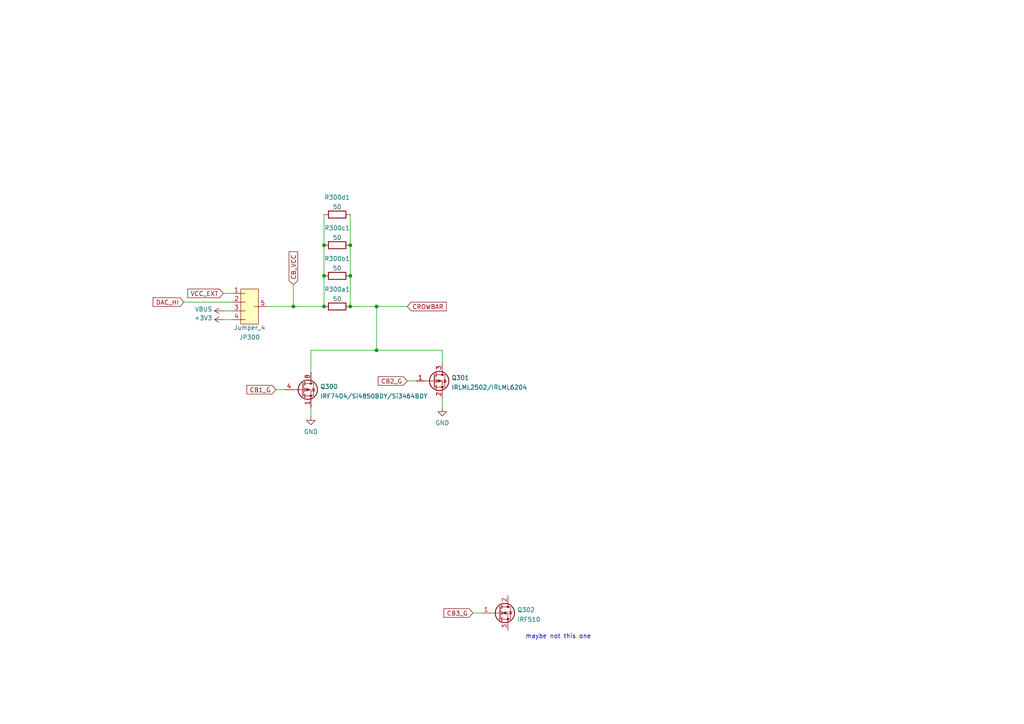
<source format=kicad_sch>
(kicad_sch (version 20211123) (generator eeschema)
  (paper "A4")
  (lib_symbols
    (symbol "Device:R" (pin_numbers hide) (pin_names (offset 0))
      (property "Reference" "R" (at 2.032 0 90))
      (property "Value" "R" (at 0 0 90))
      (symbol "R_0_1"
        (rectangle (start -1.016 -2.54) (end 1.016 2.54) (stroke (width 0.254)))
      )
      (symbol "R_1_1"
        (pin passive line (at 0 3.81 270) (length 1.27) (name "~") (number "1"))
        (pin passive line (at 0 -3.81 90) (length 1.27) (name "~") (number "2"))
      )
    )
    (symbol "Transistor_FET:IRF540N" (pin_names hide)
      (property "Reference" "Q" (at 6.35 1.905 0))
      (property "Value" "IRF540N" (at 6.35 0 0))
      (symbol "IRF540N_0_1"
        (polyline (pts (xy 0.254 0) (xy -2.54 0)))
        (polyline (pts (xy 0.254 1.905) (xy 0.254 -1.905)) (stroke (width 0.254)))
        (polyline (pts (xy 0.762 -1.27) (xy 0.762 -2.286)) (stroke (width 0.254)))
        (polyline (pts (xy 0.762 0.508) (xy 0.762 -0.508)) (stroke (width 0.254)))
        (polyline (pts (xy 0.762 2.286) (xy 0.762 1.27)) (stroke (width 0.254)))
        (polyline (pts (xy 2.54 2.54) (xy 2.54 1.778)))
        (polyline (pts (xy 2.54 -2.54) (xy 2.54 0) (xy 0.762 0)))
        (polyline (pts (xy 0.762 -1.778) (xy 3.302 -1.778) (xy 3.302 1.778) (xy 0.762 1.778)))
        (polyline (pts (xy 1.016 0) (xy 2.032 0.381) (xy 2.032 -0.381) (xy 1.016 0)) (fill (type outline)))
        (polyline (pts (xy 2.794 0.508) (xy 2.921 0.381) (xy 3.683 0.381) (xy 3.81 0.254)))
        (polyline (pts (xy 3.302 0.381) (xy 2.921 -0.254) (xy 3.683 -0.254) (xy 3.302 0.381)))
        (circle (center 1.651 0) (radius 2.794) (stroke (width 0.254)))
        (circle (center 2.54 -1.778) (radius 0.254) (fill (type outline)))
        (circle (center 2.54 1.778) (radius 0.254) (fill (type outline)))
      )
      (symbol "IRF540N_1_1"
        (pin input line (at -5.08 0 0) (length 2.54) (name "G") (number "1"))
        (pin passive line (at 2.54 5.08 270) (length 2.54) (name "D") (number "2"))
        (pin passive line (at 2.54 -5.08 90) (length 2.54) (name "S") (number "3"))
      )
    )
    (symbol "Transistor_FET:IRF7404" (pin_names hide)
      (property "Reference" "Q" (at 5.08 1.905 0))
      (property "Value" "IRF7404" (at 5.08 0 0))
      (symbol "IRF7404_0_1"
        (polyline (pts (xy 0.254 0) (xy -2.54 0)))
        (polyline (pts (xy 0.254 1.905) (xy 0.254 -1.905)) (stroke (width 0.254)))
        (polyline (pts (xy 0.762 -1.27) (xy 0.762 -2.286)) (stroke (width 0.254)))
        (polyline (pts (xy 0.762 0.508) (xy 0.762 -0.508)) (stroke (width 0.254)))
        (polyline (pts (xy 0.762 2.286) (xy 0.762 1.27)) (stroke (width 0.254)))
        (polyline (pts (xy 2.54 2.54) (xy 2.54 1.778)))
        (polyline (pts (xy 2.54 -2.54) (xy 2.54 0) (xy 0.762 0)))
        (polyline (pts (xy 0.762 1.778) (xy 3.302 1.778) (xy 3.302 -1.778) (xy 0.762 -1.778)))
        (polyline (pts (xy 2.286 0) (xy 1.27 0.381) (xy 1.27 -0.381) (xy 2.286 0)) (fill (type outline)))
        (polyline (pts (xy 2.794 -0.508) (xy 2.921 -0.381) (xy 3.683 -0.381) (xy 3.81 -0.254)))
        (polyline (pts (xy 3.302 -0.381) (xy 2.921 0.254) (xy 3.683 0.254) (xy 3.302 -0.381)))
        (circle (center 1.651 0) (radius 2.794) (stroke (width 0.254)))
        (circle (center 2.54 -1.778) (radius 0.254) (fill (type outline)))
        (circle (center 2.54 1.778) (radius 0.254) (fill (type outline)))
      )
      (symbol "IRF7404_1_1"
        (pin passive line (at 2.54 -5.08 90) (length 2.54) (name "S") (number "1"))
        (pin passive line (at 2.54 -5.08 90) (length 2.54) hide (name "S") (number "2"))
        (pin passive line (at 2.54 -5.08 90) (length 2.54) hide (name "S") (number "3"))
        (pin passive line (at -5.08 0 0) (length 2.54) (name "G") (number "4"))
        (pin passive line (at 2.54 5.08 270) (length 2.54) hide (name "D") (number "5"))
        (pin passive line (at 2.54 5.08 270) (length 2.54) hide (name "D") (number "6"))
        (pin passive line (at 2.54 5.08 270) (length 2.54) hide (name "D") (number "7"))
        (pin passive line (at 2.54 5.08 270) (length 2.54) (name "D") (number "8"))
      )
    )
    (symbol "Transistor_FET:Si2319CDS" (pin_names hide)
      (property "Reference" "Q" (at 5.08 1.905 0))
      (property "Value" "Si2319CDS" (at 5.08 0 0))
      (symbol "Si2319CDS_0_1"
        (polyline (pts (xy 0.254 0) (xy -2.54 0)))
        (polyline (pts (xy 0.254 1.905) (xy 0.254 -1.905)) (stroke (width 0.254)))
        (polyline (pts (xy 0.762 -1.27) (xy 0.762 -2.286)) (stroke (width 0.254)))
        (polyline (pts (xy 0.762 0.508) (xy 0.762 -0.508)) (stroke (width 0.254)))
        (polyline (pts (xy 0.762 2.286) (xy 0.762 1.27)) (stroke (width 0.254)))
        (polyline (pts (xy 2.54 2.54) (xy 2.54 1.778)))
        (polyline (pts (xy 2.54 -2.54) (xy 2.54 0) (xy 0.762 0)))
        (polyline (pts (xy 0.762 1.778) (xy 3.302 1.778) (xy 3.302 -1.778) (xy 0.762 -1.778)))
        (polyline (pts (xy 2.286 0) (xy 1.27 0.381) (xy 1.27 -0.381) (xy 2.286 0)) (fill (type outline)))
        (polyline (pts (xy 2.794 -0.508) (xy 2.921 -0.381) (xy 3.683 -0.381) (xy 3.81 -0.254)))
        (polyline (pts (xy 3.302 -0.381) (xy 2.921 0.254) (xy 3.683 0.254) (xy 3.302 -0.381)))
        (circle (center 1.651 0) (radius 2.794) (stroke (width 0.254)))
        (circle (center 2.54 -1.778) (radius 0.254) (fill (type outline)))
        (circle (center 2.54 1.778) (radius 0.254) (fill (type outline)))
      )
      (symbol "Si2319CDS_1_1"
        (pin input line (at -5.08 0 0) (length 2.54) (name "G") (number "1"))
        (pin passive line (at 2.54 -5.08 90) (length 2.54) (name "S") (number "2"))
        (pin passive line (at 2.54 5.08 270) (length 2.54) (name "D") (number "3"))
      )
    )
    (symbol "misc-mcus:Jumper_4" (pin_names (offset 1.016))
      (property "Reference" "JP" (at 0 11.43 0))
      (property "Value" "Jumper_4" (at 0 11.43 0))
      (symbol "Jumper_4_0_1"
        (rectangle (start -2.54 5.08) (end 2.54 -5.08) (fill (type background)))
        (polyline (pts (xy -2.54 -3.81) (xy -1.27 -3.81)))
        (polyline (pts (xy -2.54 -1.27) (xy -1.27 -1.27)))
        (polyline (pts (xy -2.54 1.27) (xy -1.27 1.27)))
        (polyline (pts (xy -2.54 3.81) (xy -1.27 3.81)))
        (polyline (pts (xy 2.54 0) (xy 1.27 0)))
      )
      (symbol "Jumper_4_1_1"
        (pin passive line (at -5.08 3.81 0) (length 2.54) (name "~") (number "1"))
        (pin passive line (at -5.08 1.27 0) (length 2.54) (name "~") (number "2"))
        (pin passive line (at -5.08 -1.27 0) (length 2.54) (name "~") (number "3"))
        (pin passive line (at -5.08 -3.81 0) (length 2.54) (name "~") (number "4"))
        (pin passive line (at 5.08 0 180) (length 2.54) (name "~") (number "5"))
      )
    )
    (symbol "power:+3.3V" (power) (pin_names (offset 0))
      (property "Value" "+3.3V" (at 0 3.556 0))
      (symbol "+3.3V_0_1"
        (polyline (pts (xy -0.762 1.27) (xy 0 2.54)))
        (polyline (pts (xy 0 0) (xy 0 2.54)))
        (polyline (pts (xy 0 2.54) (xy 0.762 1.27)))
      )
      (symbol "+3.3V_1_1"
        (pin power_in line (at 0 0 90) (length 0) hide (name "+3V3") (number "1"))
      )
    )
    (symbol "power:GND" (power) (pin_names (offset 0))
      (property "Value" "GND" (at 0 -3.81 0))
      (symbol "GND_0_1"
        (polyline (pts (xy 0 0) (xy 0 -1.27) (xy 1.27 -1.27) (xy 0 -2.54) (xy -1.27 -1.27) (xy 0 -1.27)))
      )
      (symbol "GND_1_1"
        (pin power_in line (at 0 0 270) (length 0) hide (name "GND") (number "1"))
      )
    )
    (symbol "power:VBUS" (power) (pin_names (offset 0))
      (property "Value" "VBUS" (at 0 3.81 0))
      (symbol "VBUS_0_1"
        (polyline (pts (xy -0.762 1.27) (xy 0 2.54)))
        (polyline (pts (xy 0 0) (xy 0 2.54)))
        (polyline (pts (xy 0 2.54) (xy 0.762 1.27)))
      )
      (symbol "VBUS_1_1"
        (pin power_in line (at 0 0 90) (length 0) hide (name "VBUS") (number "1"))
      )
    )
  )
  (junction (at 101.6 71.12))
  (junction (at 101.6 88.9))
  (junction (at 85.09 88.9))
  (junction (at 93.98 71.12))
  (junction (at 101.6 80.01))
  (junction (at 93.98 80.01))
  (junction (at 109.22 101.6))
  (junction (at 93.98 88.9))
  (junction (at 109.22 88.9))
  (wire (pts (xy 67.31 92.71) (xy 64.77 92.71)))
  (wire (pts (xy 67.31 85.09) (xy 64.77 85.09)))
  (wire (pts (xy 101.6 88.9) (xy 109.22 88.9)))
  (wire (pts (xy 85.09 82.55) (xy 85.09 88.9)))
  (wire (pts (xy 67.31 87.63) (xy 53.34 87.63)))
  (wire (pts (xy 109.22 101.6) (xy 128.27 101.6)))
  (wire (pts (xy 93.98 71.12) (xy 93.98 80.01)))
  (wire (pts (xy 109.22 101.6) (xy 109.22 88.9)))
  (wire (pts (xy 137.16 177.8) (xy 139.7 177.8)))
  (wire (pts (xy 128.27 115.57) (xy 128.27 118.11)))
  (wire (pts (xy 93.98 62.23) (xy 93.98 71.12)))
  (wire (pts (xy 109.22 88.9) (xy 118.11 88.9)))
  (wire (pts (xy 67.31 90.17) (xy 64.77 90.17)))
  (wire (pts (xy 85.09 88.9) (xy 93.98 88.9)))
  (wire (pts (xy 101.6 62.23) (xy 101.6 71.12)))
  (wire (pts (xy 90.17 101.6) (xy 109.22 101.6)))
  (wire (pts (xy 90.17 107.95) (xy 90.17 101.6)))
  (wire (pts (xy 128.27 105.41) (xy 128.27 101.6)))
  (wire (pts (xy 80.01 113.03) (xy 82.55 113.03)))
  (wire (pts (xy 118.11 110.49) (xy 120.65 110.49)))
  (wire (pts (xy 93.98 80.01) (xy 93.98 88.9)))
  (wire (pts (xy 77.47 88.9) (xy 85.09 88.9)))
  (wire (pts (xy 101.6 80.01) (xy 101.6 88.9)))
  (wire (pts (xy 90.17 118.11) (xy 90.17 120.65)))
  (wire (pts (xy 101.6 71.12) (xy 101.6 80.01)))
  (text "maybe not this one" (at 152.4 185.42 0) (effects (font (size 1.27 1.27)) (justify left bottom)))
  (global_label "DAC_HI" (shape input) (at 53.34 87.63 180) (property "Intersheet References" "${INTERSHEET_REFS}" (effects hide)))
  (global_label "CB1_G" (shape input) (at 80.01 113.03 180) (property "Intersheet References" "${INTERSHEET_REFS}" (effects hide)))
  (global_label "CB3_G" (shape input) (at 137.16 177.8 180) (property "Intersheet References" "${INTERSHEET_REFS}" (effects hide)))
  (global_label "CB2_G" (shape input) (at 118.11 110.49 180) (property "Intersheet References" "${INTERSHEET_REFS}" (effects hide)))
  (global_label "VCC_EXT" (shape input) (at 64.77 85.09 180) (property "Intersheet References" "${INTERSHEET_REFS}" (effects hide)))
  (global_label "CB_VCC" (shape input) (at 85.09 82.55 90) (property "Intersheet References" "${INTERSHEET_REFS}" (effects hide)))
  (global_label "CROWBAR" (shape input) (at 118.11 88.9 0) (property "Intersheet References" "${INTERSHEET_REFS}" (effects hide)))
  (symbol (lib_id "Transistor_FET:IRF7404") (at 87.63 113.03 0) (unit 1)
    (property "Reference" "Q300" (at 92.837 112.1215 0) (effects (justify left)))
    (property "Value" "IRF7404/Si4850BDY/Si3464BDY" (at 92.837 114.8966 0) (effects (justify left)))
    (property "Footprint" "Package_SO:SOIC-8_3.9x4.9mm_P1.27mm" (effects hide))
    (property "Datasheet" "http://www.infineon.com/dgdl/irf7404.pdf?fileId=5546d462533600a4015355fa2b5b1b9e" (effects hide))
  )
  (symbol (lib_id "Device:R") (at 97.79 71.12 90) (unit 1) (in_bom no)
    (property "Reference" "R300c1" (at 97.79 66.1375 90))
    (property "Value" "50" (at 97.79 68.9126 90))
    (property "Footprint" "Resistor_SMD:R_1206_3216Metric_Pad1.30x1.75mm_HandSolder" (effects hide))
  )
  (symbol (lib_id "Transistor_FET:IRF540N") (at 144.78 177.8 0) (unit 1) (in_bom no) (on_board no)
    (property "Reference" "Q302" (at 149.987 176.8915 0) (effects (justify left)))
    (property "Value" "IRF510" (at 149.987 179.6666 0) (effects (justify left)))
    (property "Footprint" "Package_TO_SOT_THT:TO-220-3_Vertical" (effects hide))
    (property "Datasheet" "http://www.irf.com/product-info/datasheets/data/irf510.pdf" (effects hide))
  )
  (symbol (lib_id "misc-mcus:Jumper_4") (at 72.39 88.9 0) (unit 1)
    (property "Reference" "JP300" (at 72.39 97.8195 0))
    (property "Value" "Jumper_4" (at 72.39 95.0444 0))
    (property "Footprint" "Connector_PinHeader_2.54mm:PinHeader_2x04_P2.54mm_Vertical" (effects hide))
  )
  (symbol (lib_id "power:+3.3V") (at 64.77 92.71 90) (unit 1)
    (property "Reference" "#PWR0140" (effects hide))
    (property "Value" "+3.3V" (at 61.595 92.231 90) (effects (justify left)))
  )
  (symbol (lib_id "Device:R") (at 97.79 88.9 90) (unit 1)
    (property "Reference" "R300a1" (at 97.79 83.9175 90))
    (property "Value" "50" (at 97.79 86.6926 90))
    (property "Footprint" "Resistor_SMD:R_2512_6332Metric_Pad1.40x3.35mm_HandSolder" (effects hide))
  )
  (symbol (lib_id "power:GND") (at 128.27 118.11 0) (unit 1)
    (property "Reference" "#PWR0143" (effects hide))
    (property "Value" "GND" (at 128.27 122.6725 0))
  )
  (symbol (lib_id "Transistor_FET:Si2319CDS") (at 125.73 110.49 0) (unit 1)
    (property "Reference" "Q301" (at 130.937 109.5815 0) (effects (justify left)))
    (property "Value" "IRLML2502/IRLML6204" (at 130.937 112.3566 0) (effects (justify left)))
    (property "Footprint" "Package_TO_SOT_SMD:SOT-23" (effects hide))
    (property "Datasheet" "https://www.infineon.com/dgdl/Infineon-IRLML2502-DataSheet-v01_01-EN.pdf?fileId=5546d462533600a401535668048e2606" (effects hide))
  )
  (symbol (lib_id "power:GND") (at 90.17 120.65 0) (unit 1)
    (property "Reference" "#PWR0138" (effects hide))
    (property "Value" "GND" (at 90.17 125.2125 0))
  )
  (symbol (lib_id "Device:R") (at 97.79 62.23 90) (unit 1) (in_bom no)
    (property "Reference" "R300d1" (at 97.79 57.2475 90))
    (property "Value" "50" (at 97.79 60.0226 90))
    (property "Footprint" "Resistor_SMD:R_0805_2012Metric_Pad1.20x1.40mm_HandSolder" (effects hide))
  )
  (symbol (lib_id "Device:R") (at 97.79 80.01 90) (unit 1) (in_bom no)
    (property "Reference" "R300b1" (at 97.79 75.0275 90))
    (property "Value" "50" (at 97.79 77.8026 90))
    (property "Footprint" "Resistor_SMD:R_2010_5025Metric_Pad1.40x2.65mm_HandSolder" (effects hide))
  )
  (symbol (lib_id "power:VBUS") (at 64.77 90.17 90) (unit 1)
    (property "Reference" "#PWR0139" (effects hide))
    (property "Value" "VBUS" (at 61.595 89.691 90) (effects (justify left)))
  )
)
</source>
